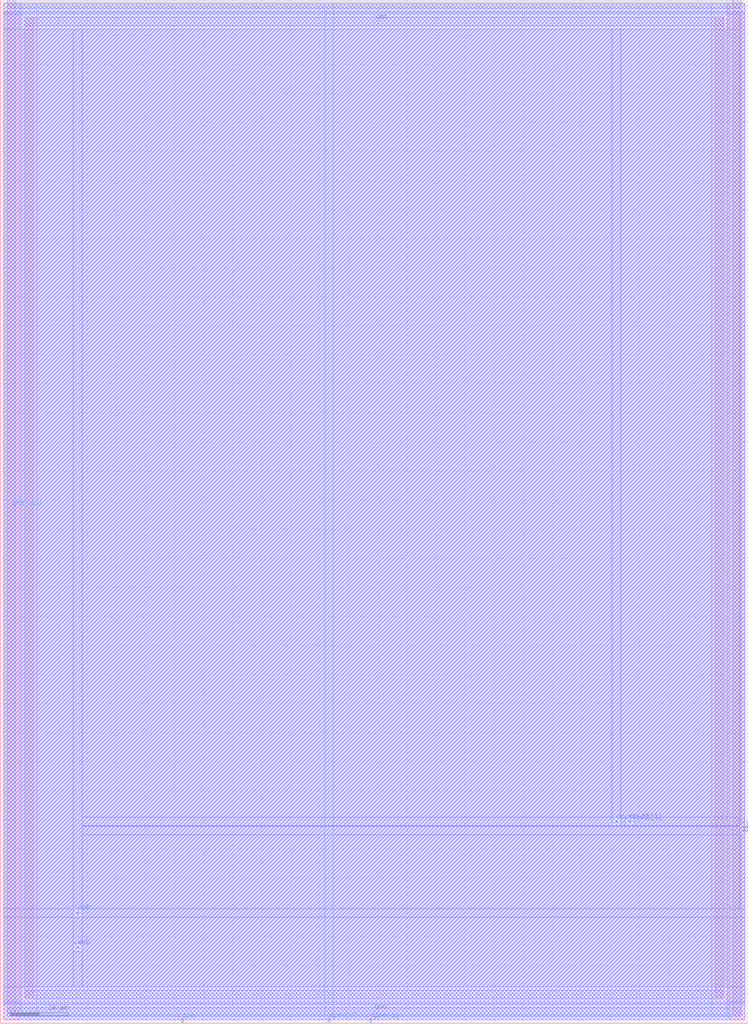
<source format=lef>
VERSION 5.4 ;
NAMESCASESENSITIVE ON ;
BUSBITCHARS "[]" ;
DIVIDERCHAR "/" ;
UNITS
  DATABASE MICRONS 2000 ;
END UNITS
MACRO sram_0rw2r1w_2_16_sky130A
   CLASS BLOCK ;
   SIZE 128.7 BY 176.1 ;
   SYMMETRY X Y R90 ;
   PIN din0[0]
      DIRECTION INPUT ;
      PORT
         LAYER met4 ;
         RECT  56.4 0.0 56.7 0.9 ;
      END
   END din0[0]
   PIN din0[1]
      DIRECTION INPUT ;
      PORT
         LAYER met4 ;
         RECT  63.6 0.0 63.9 0.9 ;
      END
   END din0[1]
   PIN addr[0]
      DIRECTION INPUT ;
      PORT
      END
   END addr[0]
   PIN addr[1]
      DIRECTION INPUT ;
      PORT
      END
   END addr[1]
   PIN addr[2]
      DIRECTION INPUT ;
      PORT
      END
   END addr[2]
   PIN addr[3]
      DIRECTION INPUT ;
      PORT
      END
   END addr[3]
   PIN addr[4]
      DIRECTION INPUT ;
      PORT
      END
   END addr[4]
   PIN addr[5]
      DIRECTION INPUT ;
      PORT
      END
   END addr[5]
   PIN csb
      DIRECTION INPUT ;
      PORT
         LAYER met3 ;
         RECT  13.175 18.82 13.475 19.12 ;
      END
   END csb
   PIN web
      DIRECTION INPUT ;
      PORT
         LAYER met3 ;
         RECT  13.175 12.9 13.475 13.2 ;
      END
   END web
   PIN clk
      DIRECTION INPUT ;
      PORT
         LAYER met4 ;
         RECT  31.2 0.0 31.5 0.9 ;
      END
   END clk
   PIN dout0[0]
      DIRECTION OUTPUT ;
      PORT
         LAYER met3 ;
         RECT  127.8 33.0 128.7 33.3 ;
      END
   END dout0[0]
   PIN dout1[0]
      DIRECTION OUTPUT ;
      PORT
         LAYER met3 ;
         RECT  105.86 34.56 106.16 34.86 ;
      END
   END dout1[0]
   PIN dout0[1]
      DIRECTION OUTPUT ;
      PORT
         LAYER met3 ;
         RECT  127.8 33.6 128.7 33.9 ;
      END
   END dout0[1]
   PIN dout1[1]
      DIRECTION OUTPUT ;
      PORT
         LAYER met3 ;
         RECT  108.16 34.56 108.46 34.86 ;
      END
   END dout1[1]
   PIN vdd
      DIRECTION INOUT ;
      USE POWER ; 
      SHAPE ABUTMENT ; 
      PORT
         LAYER met4 ;
         RECT  123.0 4.2 124.5 173.1 ;
         LAYER met4 ;
         RECT  4.2 4.2 5.7 173.1 ;
         LAYER met3 ;
         RECT  4.2 4.2 124.5 5.7 ;
         LAYER met3 ;
         RECT  4.2 171.6 124.5 173.1 ;
      END
   END vdd
   PIN gnd
      DIRECTION INOUT ;
      USE GROUND ; 
      SHAPE ABUTMENT ; 
      PORT
         LAYER met4 ;
         RECT  126.0 1.2 127.5 176.1 ;
         LAYER met4 ;
         RECT  1.2 1.2 2.7 176.1 ;
         LAYER met3 ;
         RECT  1.2 174.6 127.5 176.1 ;
         LAYER met3 ;
         RECT  1.2 1.2 127.5 2.7 ;
      END
   END gnd
   OBS
   LAYER  met1 ;
      RECT  0.6 0.6 128.1 175.5 ;
   LAYER  met2 ;
      RECT  0.6 0.6 128.1 175.5 ;
   LAYER  met3 ;
      RECT  0.6 18.22 12.575 19.72 ;
      RECT  14.075 18.22 128.1 19.72 ;
      RECT  12.575 13.8 14.075 18.22 ;
      RECT  14.075 19.72 127.2 32.4 ;
      RECT  14.075 32.4 127.2 33.9 ;
      RECT  127.2 19.72 128.1 32.4 ;
      RECT  14.075 33.9 105.26 33.96 ;
      RECT  14.075 33.96 105.26 35.46 ;
      RECT  105.26 33.9 106.76 33.96 ;
      RECT  106.76 33.9 127.2 33.96 ;
      RECT  106.76 33.96 107.56 35.46 ;
      RECT  109.06 33.96 127.2 35.46 ;
      RECT  0.6 3.6 3.6 6.3 ;
      RECT  0.6 6.3 3.6 18.22 ;
      RECT  3.6 6.3 12.575 18.22 ;
      RECT  14.075 6.3 125.1 18.22 ;
      RECT  125.1 3.6 128.1 6.3 ;
      RECT  125.1 6.3 128.1 18.22 ;
      RECT  12.575 6.3 14.075 12.3 ;
      RECT  0.6 19.72 3.6 171.0 ;
      RECT  0.6 171.0 3.6 173.7 ;
      RECT  3.6 19.72 12.575 171.0 ;
      RECT  12.575 19.72 14.075 171.0 ;
      RECT  14.075 35.46 105.26 171.0 ;
      RECT  105.26 35.46 106.76 171.0 ;
      RECT  106.76 35.46 125.1 171.0 ;
      RECT  125.1 35.46 127.2 171.0 ;
      RECT  125.1 171.0 127.2 173.7 ;
      RECT  127.2 34.5 128.1 174.0 ;
      RECT  0.6 173.7 3.6 174.0 ;
      RECT  3.6 173.7 12.575 174.0 ;
      RECT  12.575 173.7 14.075 174.0 ;
      RECT  14.075 173.7 105.26 174.0 ;
      RECT  105.26 173.7 106.76 174.0 ;
      RECT  106.76 173.7 125.1 174.0 ;
      RECT  125.1 173.7 127.2 174.0 ;
      RECT  0.6 3.3 3.6 3.6 ;
      RECT  3.6 3.3 12.575 3.6 ;
      RECT  14.075 3.3 125.1 3.6 ;
      RECT  125.1 3.3 128.1 3.6 ;
      RECT  12.575 3.3 14.075 3.6 ;
   LAYER  met4 ;
      RECT  55.8 1.5 57.3 175.5 ;
      RECT  57.3 0.6 63.0 1.5 ;
      RECT  32.1 0.6 55.8 1.5 ;
      RECT  57.3 1.5 122.4 3.6 ;
      RECT  57.3 3.6 122.4 173.7 ;
      RECT  57.3 173.7 122.4 175.5 ;
      RECT  122.4 1.5 125.1 3.6 ;
      RECT  122.4 173.7 125.1 175.5 ;
      RECT  3.6 1.5 6.3 3.6 ;
      RECT  3.6 173.7 6.3 175.5 ;
      RECT  6.3 1.5 55.8 3.6 ;
      RECT  6.3 3.6 55.8 173.7 ;
      RECT  6.3 173.7 55.8 175.5 ;
      RECT  64.5 0.6 125.4 1.5 ;
      RECT  125.1 1.5 125.4 3.6 ;
      RECT  125.1 3.6 125.4 173.7 ;
      RECT  125.1 173.7 125.4 175.5 ;
      RECT  3.3 0.6 30.6 1.5 ;
      RECT  3.3 1.5 3.6 3.6 ;
      RECT  3.3 3.6 3.6 173.7 ;
      RECT  3.3 173.7 3.6 175.5 ;
   END
END    sram_0rw2r1w_2_16_sky130A
END    LIBRARY

</source>
